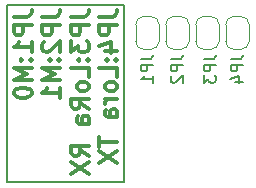
<source format=gbr>
%TF.GenerationSoftware,KiCad,Pcbnew,(6.0.4)*%
%TF.CreationDate,2022-04-29T23:06:03+08:00*%
%TF.ProjectId,RFID-mobileV_1_0,52464944-2d6d-46f6-9269-6c65565f315f,rev?*%
%TF.SameCoordinates,Original*%
%TF.FileFunction,Legend,Bot*%
%TF.FilePolarity,Positive*%
%FSLAX46Y46*%
G04 Gerber Fmt 4.6, Leading zero omitted, Abs format (unit mm)*
G04 Created by KiCad (PCBNEW (6.0.4)) date 2022-04-29 23:06:03*
%MOMM*%
%LPD*%
G01*
G04 APERTURE LIST*
%ADD10C,0.200000*%
%ADD11C,0.300000*%
%ADD12C,0.150000*%
%ADD13C,0.120000*%
G04 APERTURE END LIST*
D10*
X85623400Y-103835200D02*
X75768200Y-103835200D01*
X75768200Y-103835200D02*
X75768200Y-118821200D01*
X75768200Y-118821200D02*
X85623400Y-118821200D01*
X85623400Y-118821200D02*
X85623400Y-103835200D01*
D11*
X76328071Y-104815914D02*
X77399500Y-104815914D01*
X77613785Y-104744485D01*
X77756642Y-104601628D01*
X77828071Y-104387342D01*
X77828071Y-104244485D01*
X77828071Y-105530200D02*
X76328071Y-105530200D01*
X76328071Y-106101628D01*
X76399500Y-106244485D01*
X76470928Y-106315914D01*
X76613785Y-106387342D01*
X76828071Y-106387342D01*
X76970928Y-106315914D01*
X77042357Y-106244485D01*
X77113785Y-106101628D01*
X77113785Y-105530200D01*
X77828071Y-107815914D02*
X77828071Y-106958771D01*
X77828071Y-107387342D02*
X76328071Y-107387342D01*
X76542357Y-107244485D01*
X76685214Y-107101628D01*
X76756642Y-106958771D01*
X77685214Y-108458771D02*
X77756642Y-108530200D01*
X77828071Y-108458771D01*
X77756642Y-108387342D01*
X77685214Y-108458771D01*
X77828071Y-108458771D01*
X76899500Y-108458771D02*
X76970928Y-108530200D01*
X77042357Y-108458771D01*
X76970928Y-108387342D01*
X76899500Y-108458771D01*
X77042357Y-108458771D01*
X77828071Y-109173057D02*
X76328071Y-109173057D01*
X77399500Y-109673057D01*
X76328071Y-110173057D01*
X77828071Y-110173057D01*
X76328071Y-111173057D02*
X76328071Y-111315914D01*
X76399500Y-111458771D01*
X76470928Y-111530200D01*
X76613785Y-111601628D01*
X76899500Y-111673057D01*
X77256642Y-111673057D01*
X77542357Y-111601628D01*
X77685214Y-111530200D01*
X77756642Y-111458771D01*
X77828071Y-111315914D01*
X77828071Y-111173057D01*
X77756642Y-111030200D01*
X77685214Y-110958771D01*
X77542357Y-110887342D01*
X77256642Y-110815914D01*
X76899500Y-110815914D01*
X76613785Y-110887342D01*
X76470928Y-110958771D01*
X76399500Y-111030200D01*
X76328071Y-111173057D01*
X78743071Y-104815914D02*
X79814500Y-104815914D01*
X80028785Y-104744485D01*
X80171642Y-104601628D01*
X80243071Y-104387342D01*
X80243071Y-104244485D01*
X80243071Y-105530200D02*
X78743071Y-105530200D01*
X78743071Y-106101628D01*
X78814500Y-106244485D01*
X78885928Y-106315914D01*
X79028785Y-106387342D01*
X79243071Y-106387342D01*
X79385928Y-106315914D01*
X79457357Y-106244485D01*
X79528785Y-106101628D01*
X79528785Y-105530200D01*
X78885928Y-106958771D02*
X78814500Y-107030200D01*
X78743071Y-107173057D01*
X78743071Y-107530200D01*
X78814500Y-107673057D01*
X78885928Y-107744485D01*
X79028785Y-107815914D01*
X79171642Y-107815914D01*
X79385928Y-107744485D01*
X80243071Y-106887342D01*
X80243071Y-107815914D01*
X80100214Y-108458771D02*
X80171642Y-108530200D01*
X80243071Y-108458771D01*
X80171642Y-108387342D01*
X80100214Y-108458771D01*
X80243071Y-108458771D01*
X79314500Y-108458771D02*
X79385928Y-108530200D01*
X79457357Y-108458771D01*
X79385928Y-108387342D01*
X79314500Y-108458771D01*
X79457357Y-108458771D01*
X80243071Y-109173057D02*
X78743071Y-109173057D01*
X79814500Y-109673057D01*
X78743071Y-110173057D01*
X80243071Y-110173057D01*
X80243071Y-111673057D02*
X80243071Y-110815914D01*
X80243071Y-111244485D02*
X78743071Y-111244485D01*
X78957357Y-111101628D01*
X79100214Y-110958771D01*
X79171642Y-110815914D01*
X81158071Y-104815914D02*
X82229500Y-104815914D01*
X82443785Y-104744485D01*
X82586642Y-104601628D01*
X82658071Y-104387342D01*
X82658071Y-104244485D01*
X82658071Y-105530200D02*
X81158071Y-105530200D01*
X81158071Y-106101628D01*
X81229500Y-106244485D01*
X81300928Y-106315914D01*
X81443785Y-106387342D01*
X81658071Y-106387342D01*
X81800928Y-106315914D01*
X81872357Y-106244485D01*
X81943785Y-106101628D01*
X81943785Y-105530200D01*
X81158071Y-106887342D02*
X81158071Y-107815914D01*
X81729500Y-107315914D01*
X81729500Y-107530200D01*
X81800928Y-107673057D01*
X81872357Y-107744485D01*
X82015214Y-107815914D01*
X82372357Y-107815914D01*
X82515214Y-107744485D01*
X82586642Y-107673057D01*
X82658071Y-107530200D01*
X82658071Y-107101628D01*
X82586642Y-106958771D01*
X82515214Y-106887342D01*
X82515214Y-108458771D02*
X82586642Y-108530200D01*
X82658071Y-108458771D01*
X82586642Y-108387342D01*
X82515214Y-108458771D01*
X82658071Y-108458771D01*
X81729500Y-108458771D02*
X81800928Y-108530200D01*
X81872357Y-108458771D01*
X81800928Y-108387342D01*
X81729500Y-108458771D01*
X81872357Y-108458771D01*
X82658071Y-109887342D02*
X82658071Y-109173057D01*
X81158071Y-109173057D01*
X82658071Y-110601628D02*
X82586642Y-110458771D01*
X82515214Y-110387342D01*
X82372357Y-110315914D01*
X81943785Y-110315914D01*
X81800928Y-110387342D01*
X81729500Y-110458771D01*
X81658071Y-110601628D01*
X81658071Y-110815914D01*
X81729500Y-110958771D01*
X81800928Y-111030200D01*
X81943785Y-111101628D01*
X82372357Y-111101628D01*
X82515214Y-111030200D01*
X82586642Y-110958771D01*
X82658071Y-110815914D01*
X82658071Y-110601628D01*
X82658071Y-112601628D02*
X81943785Y-112101628D01*
X82658071Y-111744485D02*
X81158071Y-111744485D01*
X81158071Y-112315914D01*
X81229500Y-112458771D01*
X81300928Y-112530200D01*
X81443785Y-112601628D01*
X81658071Y-112601628D01*
X81800928Y-112530200D01*
X81872357Y-112458771D01*
X81943785Y-112315914D01*
X81943785Y-111744485D01*
X82658071Y-113887342D02*
X81872357Y-113887342D01*
X81729500Y-113815914D01*
X81658071Y-113673057D01*
X81658071Y-113387342D01*
X81729500Y-113244485D01*
X82586642Y-113887342D02*
X82658071Y-113744485D01*
X82658071Y-113387342D01*
X82586642Y-113244485D01*
X82443785Y-113173057D01*
X82300928Y-113173057D01*
X82158071Y-113244485D01*
X82086642Y-113387342D01*
X82086642Y-113744485D01*
X82015214Y-113887342D01*
X82658071Y-116601628D02*
X81943785Y-116101628D01*
X82658071Y-115744485D02*
X81158071Y-115744485D01*
X81158071Y-116315914D01*
X81229500Y-116458771D01*
X81300928Y-116530200D01*
X81443785Y-116601628D01*
X81658071Y-116601628D01*
X81800928Y-116530200D01*
X81872357Y-116458771D01*
X81943785Y-116315914D01*
X81943785Y-115744485D01*
X81158071Y-117101628D02*
X82658071Y-118101628D01*
X81158071Y-118101628D02*
X82658071Y-117101628D01*
X83573071Y-104815914D02*
X84644500Y-104815914D01*
X84858785Y-104744485D01*
X85001642Y-104601628D01*
X85073071Y-104387342D01*
X85073071Y-104244485D01*
X85073071Y-105530200D02*
X83573071Y-105530200D01*
X83573071Y-106101628D01*
X83644500Y-106244485D01*
X83715928Y-106315914D01*
X83858785Y-106387342D01*
X84073071Y-106387342D01*
X84215928Y-106315914D01*
X84287357Y-106244485D01*
X84358785Y-106101628D01*
X84358785Y-105530200D01*
X84073071Y-107673057D02*
X85073071Y-107673057D01*
X83501642Y-107315914D02*
X84573071Y-106958771D01*
X84573071Y-107887342D01*
X84930214Y-108458771D02*
X85001642Y-108530200D01*
X85073071Y-108458771D01*
X85001642Y-108387342D01*
X84930214Y-108458771D01*
X85073071Y-108458771D01*
X84144500Y-108458771D02*
X84215928Y-108530200D01*
X84287357Y-108458771D01*
X84215928Y-108387342D01*
X84144500Y-108458771D01*
X84287357Y-108458771D01*
X85073071Y-109887342D02*
X85073071Y-109173057D01*
X83573071Y-109173057D01*
X85073071Y-110601628D02*
X85001642Y-110458771D01*
X84930214Y-110387342D01*
X84787357Y-110315914D01*
X84358785Y-110315914D01*
X84215928Y-110387342D01*
X84144500Y-110458771D01*
X84073071Y-110601628D01*
X84073071Y-110815914D01*
X84144500Y-110958771D01*
X84215928Y-111030200D01*
X84358785Y-111101628D01*
X84787357Y-111101628D01*
X84930214Y-111030200D01*
X85001642Y-110958771D01*
X85073071Y-110815914D01*
X85073071Y-110601628D01*
X85073071Y-111744485D02*
X84073071Y-111744485D01*
X84358785Y-111744485D02*
X84215928Y-111815914D01*
X84144500Y-111887342D01*
X84073071Y-112030200D01*
X84073071Y-112173057D01*
X85073071Y-113315914D02*
X84287357Y-113315914D01*
X84144500Y-113244485D01*
X84073071Y-113101628D01*
X84073071Y-112815914D01*
X84144500Y-112673057D01*
X85001642Y-113315914D02*
X85073071Y-113173057D01*
X85073071Y-112815914D01*
X85001642Y-112673057D01*
X84858785Y-112601628D01*
X84715928Y-112601628D01*
X84573071Y-112673057D01*
X84501642Y-112815914D01*
X84501642Y-113173057D01*
X84430214Y-113315914D01*
X83573071Y-114958771D02*
X83573071Y-115815914D01*
X85073071Y-115387342D02*
X83573071Y-115387342D01*
X83573071Y-116173057D02*
X85073071Y-117173057D01*
X83573071Y-117173057D02*
X85073071Y-116173057D01*
D12*
%TO.C,JP3*%
X92416380Y-108386666D02*
X93130666Y-108386666D01*
X93273523Y-108339047D01*
X93368761Y-108243809D01*
X93416380Y-108100952D01*
X93416380Y-108005714D01*
X93416380Y-108862857D02*
X92416380Y-108862857D01*
X92416380Y-109243809D01*
X92464000Y-109339047D01*
X92511619Y-109386666D01*
X92606857Y-109434285D01*
X92749714Y-109434285D01*
X92844952Y-109386666D01*
X92892571Y-109339047D01*
X92940190Y-109243809D01*
X92940190Y-108862857D01*
X92416380Y-109767619D02*
X92416380Y-110386666D01*
X92797333Y-110053333D01*
X92797333Y-110196190D01*
X92844952Y-110291428D01*
X92892571Y-110339047D01*
X92987809Y-110386666D01*
X93225904Y-110386666D01*
X93321142Y-110339047D01*
X93368761Y-110291428D01*
X93416380Y-110196190D01*
X93416380Y-109910476D01*
X93368761Y-109815238D01*
X93321142Y-109767619D01*
%TO.C,JP2*%
X89622380Y-108386666D02*
X90336666Y-108386666D01*
X90479523Y-108339047D01*
X90574761Y-108243809D01*
X90622380Y-108100952D01*
X90622380Y-108005714D01*
X90622380Y-108862857D02*
X89622380Y-108862857D01*
X89622380Y-109243809D01*
X89670000Y-109339047D01*
X89717619Y-109386666D01*
X89812857Y-109434285D01*
X89955714Y-109434285D01*
X90050952Y-109386666D01*
X90098571Y-109339047D01*
X90146190Y-109243809D01*
X90146190Y-108862857D01*
X89717619Y-109815238D02*
X89670000Y-109862857D01*
X89622380Y-109958095D01*
X89622380Y-110196190D01*
X89670000Y-110291428D01*
X89717619Y-110339047D01*
X89812857Y-110386666D01*
X89908095Y-110386666D01*
X90050952Y-110339047D01*
X90622380Y-109767619D01*
X90622380Y-110386666D01*
%TO.C,JP4*%
X94702380Y-108386666D02*
X95416666Y-108386666D01*
X95559523Y-108339047D01*
X95654761Y-108243809D01*
X95702380Y-108100952D01*
X95702380Y-108005714D01*
X95702380Y-108862857D02*
X94702380Y-108862857D01*
X94702380Y-109243809D01*
X94750000Y-109339047D01*
X94797619Y-109386666D01*
X94892857Y-109434285D01*
X95035714Y-109434285D01*
X95130952Y-109386666D01*
X95178571Y-109339047D01*
X95226190Y-109243809D01*
X95226190Y-108862857D01*
X95035714Y-110291428D02*
X95702380Y-110291428D01*
X94654761Y-110053333D02*
X95369047Y-109815238D01*
X95369047Y-110434285D01*
%TO.C,JP1*%
X87082380Y-108386666D02*
X87796666Y-108386666D01*
X87939523Y-108339047D01*
X88034761Y-108243809D01*
X88082380Y-108100952D01*
X88082380Y-108005714D01*
X88082380Y-108862857D02*
X87082380Y-108862857D01*
X87082380Y-109243809D01*
X87130000Y-109339047D01*
X87177619Y-109386666D01*
X87272857Y-109434285D01*
X87415714Y-109434285D01*
X87510952Y-109386666D01*
X87558571Y-109339047D01*
X87606190Y-109243809D01*
X87606190Y-108862857D01*
X88082380Y-110386666D02*
X88082380Y-109815238D01*
X88082380Y-110100952D02*
X87082380Y-110100952D01*
X87225238Y-110005714D01*
X87320476Y-109910476D01*
X87368095Y-109815238D01*
D13*
%TO.C,JP3*%
X91710000Y-105472000D02*
X91710000Y-106872000D01*
X93010000Y-104772000D02*
X92410000Y-104772000D01*
X93710000Y-106872000D02*
X93710000Y-105472000D01*
X92410000Y-107572000D02*
X93010000Y-107572000D01*
X92410000Y-104772000D02*
G75*
G03*
X91710000Y-105472000I0J-700000D01*
G01*
X93710000Y-105472000D02*
G75*
G03*
X93010000Y-104772000I-700000J0D01*
G01*
X93010000Y-107572000D02*
G75*
G03*
X93710000Y-106872000I1J699999D01*
G01*
X91710000Y-106872000D02*
G75*
G03*
X92410000Y-107572000I699999J-1D01*
G01*
%TO.C,JP2*%
X91170000Y-106872000D02*
X91170000Y-105472000D01*
X90470000Y-104772000D02*
X89870000Y-104772000D01*
X89170000Y-105472000D02*
X89170000Y-106872000D01*
X89870000Y-107572000D02*
X90470000Y-107572000D01*
X90470000Y-107572000D02*
G75*
G03*
X91170000Y-106872000I1J699999D01*
G01*
X89870000Y-104772000D02*
G75*
G03*
X89170000Y-105472000I0J-700000D01*
G01*
X91170000Y-105472000D02*
G75*
G03*
X90470000Y-104772000I-700000J0D01*
G01*
X89170000Y-106872000D02*
G75*
G03*
X89870000Y-107572000I699999J-1D01*
G01*
%TO.C,JP4*%
X96250000Y-106872000D02*
X96250000Y-105472000D01*
X94250000Y-105472000D02*
X94250000Y-106872000D01*
X95550000Y-104772000D02*
X94950000Y-104772000D01*
X94950000Y-107572000D02*
X95550000Y-107572000D01*
X94250000Y-106872000D02*
G75*
G03*
X94950000Y-107572000I699999J-1D01*
G01*
X94950000Y-104772000D02*
G75*
G03*
X94250000Y-105472000I0J-700000D01*
G01*
X95550000Y-107572000D02*
G75*
G03*
X96250000Y-106872000I1J699999D01*
G01*
X96250000Y-105472000D02*
G75*
G03*
X95550000Y-104772000I-700000J0D01*
G01*
%TO.C,JP1*%
X88630000Y-106872000D02*
X88630000Y-105472000D01*
X87930000Y-104772000D02*
X87330000Y-104772000D01*
X87330000Y-107572000D02*
X87930000Y-107572000D01*
X86630000Y-105472000D02*
X86630000Y-106872000D01*
X87330000Y-104772000D02*
G75*
G03*
X86630000Y-105472000I0J-700000D01*
G01*
X86630000Y-106872000D02*
G75*
G03*
X87330000Y-107572000I699999J-1D01*
G01*
X88630000Y-105472000D02*
G75*
G03*
X87930000Y-104772000I-700000J0D01*
G01*
X87930000Y-107572000D02*
G75*
G03*
X88630000Y-106872000I1J699999D01*
G01*
%TD*%
M02*

</source>
